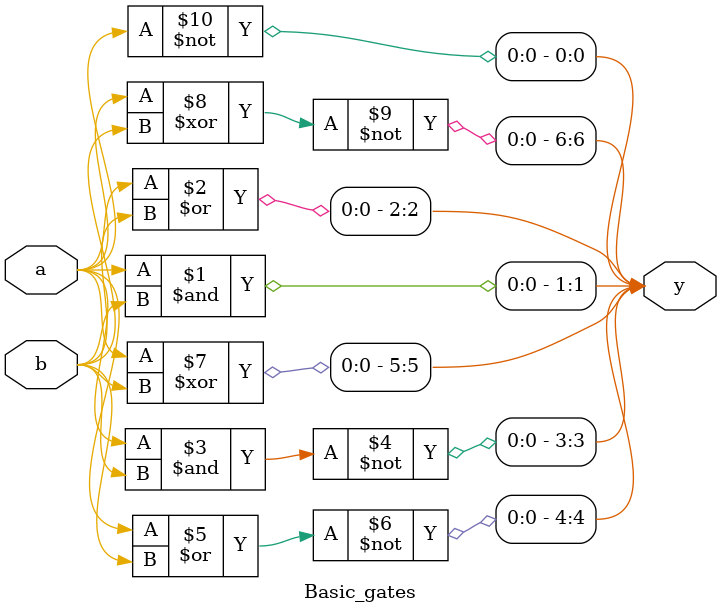
<source format=v>
`timescale 1ns / 1ps



module Basic_gates( 
input a, 
input b, 
output [0:6]y 
); 
not(y[0],a);
 and(y[1], a,b);
 or(y[2],a,b);
 nand(y[3],a,b);
 nor(y[4],a,b);
 xor(y[5],a,b);
 xnor(y[6],a,b);
 endmodule
 
 
// //Data Flow Modelling 
//module Basic_gates( 
//input a, 
//input b, 
//output [0:6]y    
//); 
//assign y[0]=~a; 
//assign y[1]=a&b; 
//assign y[2]=a|b; 
//assign y[3]=~(a &b); 
//assign y[4]=~(a|b); 
//assign y[5]=a^b; 
//assign y[6]=~(a^b); 
//endmodule

//Behavioral Modelling 
//module Basic_gates( 
//input a, 
//input b, 
//output reg[0:6]y  //for Behavioral Modelling the output is declared with reg 
//); 
//always @ (a or b) 
//begin 
//y[0]=~a;
// y[1]=a&b;
// y[2]=a|b;
      
//y[3]=~(a &b);        
//y[4]=~(a|b);     
//y[5]=a^b;
     
//y[6]=~(a^b);   
//end 
//endmodule
</source>
